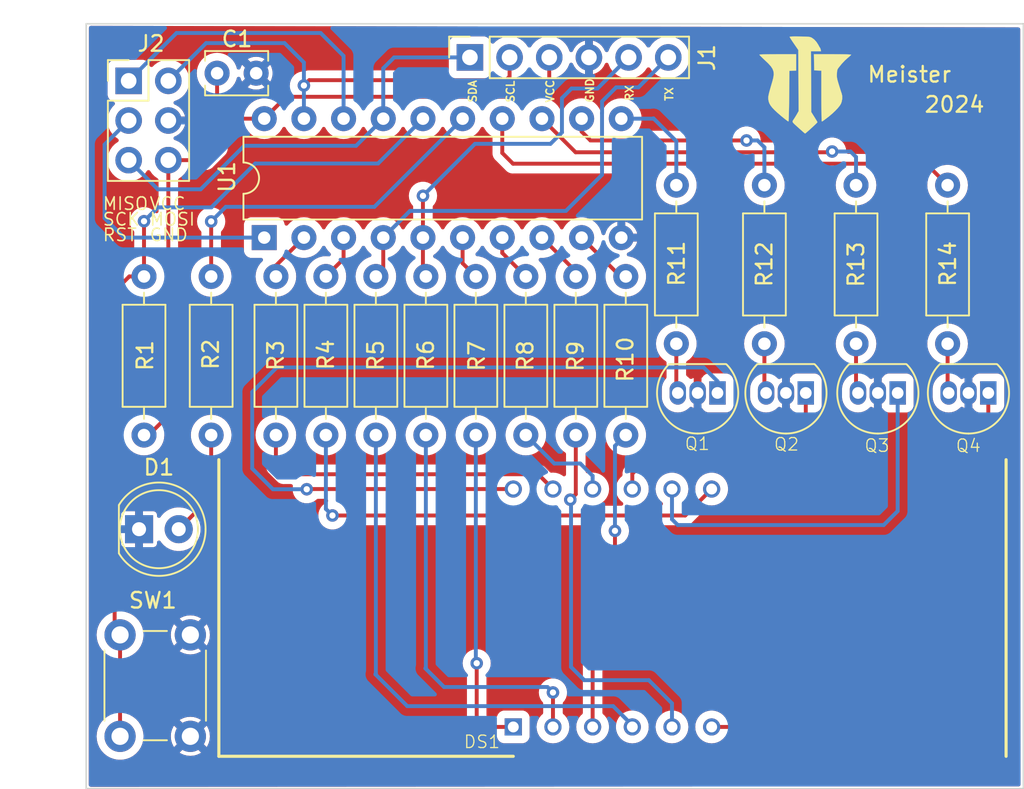
<source format=kicad_pcb>
(kicad_pcb (version 20221018) (generator pcbnew)
  (layers (0 "F.Cu" mixed) (31 "B.Cu" jumper) (34 "B.Paste" user) (35 "F.Paste" user) (36 "B.SilkS" user "B.Silkscreen") (37 "F.SilkS" user "F.Silkscreen") (38 "B.Mask" user) (39 "F.Mask" user) (44 "Edge.Cuts" user))
  (net 0 "")
  (net 1 "VCC")
  (net 2 "GND")
  (net 3 "Net-(DS1-A_E)")
  (net 4 "Net-(DS1-A_D)")
  (net 5 "Net-(DS1-A_DP)")
  (net 6 "Net-(DS1-A_C)")
  (net 7 "Net-(DS1-A_G)")
  (net 8 "Net-(DS1-COM_K_DIG4)")
  (net 9 "Net-(DS1-A_B)")
  (net 10 "Net-(DS1-COM_K_DIG3)")
  (net 11 "Net-(DS1-COM_K_DIG2)")
  (net 12 "Net-(DS1-A_F)")
  (net 13 "Net-(DS1-A_A)")
  (net 14 "Net-(DS1-COM_K_DIG1)")
  (net 15 "Net-(J1-Pin_1)")
  (net 16 "Net-(J1-Pin_2)")
  (net 17 "Net-(J1-Pin_5)")
  (net 18 "Net-(J1-Pin_6)")
  (net 19 "Net-(J2-Pin_1)")
  (net 20 "Net-(J2-Pin_3)")
  (net 21 "Net-(Q1-B)")
  (net 22 "Net-(Q2-B)")
  (net 23 "Net-(Q3-B)")
  (net 24 "Net-(Q4-B)")
  (net 25 "Net-(U1-PB4)")
  (net 26 "Net-(D1-A)")
  (net 27 "Net-(U1-PB3)")
  (net 28 "Net-(U1-PD0)")
  (net 29 "Net-(U1-PD1)")
  (net 30 "Net-(U1-PD3)")
  (net 31 "Net-(U1-PD2)")
  (net 32 "Net-(U1-PD5)")
  (net 33 "Net-(U1-PD4)")
  (net 34 "Net-(U1-PB2)")
  (net 35 "Net-(U1-PB1)")
  (net 36 "Net-(U1-PB0)")
  (net 37 "Net-(U1-PD6)")
  (footprint "Package_TO_SOT_THT:TO-92_Inline" (layer "F.Cu") (at 159.950248 94.651878 180)
    (fp_text reference "Q3" (at 1.321858 -3.372899) (layer "F.SilkS") (effects (font (size 0.8 0.8) (thickness 0.08))))
    (fp_text value "2SC1815")
    (pad "1" thru_hole rect (at 0 0 180) (size 1.05 1.5) (drill 0.75) (layers "*.Cu" "*.Mask") (net 10 "Net-(DS1-COM_K_DIG3)"))
    (pad "2" thru_hole oval (at 1.27 0 180) (size 1.05 1.5) (drill 0.75) (layers "*.Cu" "*.Mask") (net 2 "GND"))
    (pad "3" thru_hole oval (at 2.54 0 180) (size 1.05 1.5) (drill 0.75) (layers "*.Cu" "*.Mask") (net 23 "Net-(Q3-B)"))
  )
  (footprint "Resistor_THT:R_Axial_DIN0207_L6.3mm_D2.5mm_P10.16mm_Horizontal" (layer "F.Cu") (at 132.943855 97.351147 90)
    (fp_text reference "R6" (at 5.121676 -3.199197 90) (layer "F.SilkS"))
    (fp_text value "2.2kΩ")
    (pad "1" thru_hole circle (at 0 0 90) (size 1.6 1.6) (drill 0.8) (layers "*.Cu" "*.Mask") (net 3 "Net-(DS1-A_E)"))
    (pad "2" thru_hole oval (at 10.16 0 90) (size 1.6 1.6) (drill 0.8) (layers "*.Cu" "*.Mask") (net 31 "Net-(U1-PD2)"))
  )
  (footprint "Resistor_THT:R_Axial_DIN0207_L6.3mm_D2.5mm_P10.16mm_Horizontal" (layer "F.Cu") (at 136.143855 97.351147 90)
    (fp_text reference "R5" (at 5.098056 -9.611514 90) (layer "F.SilkS"))
    (fp_text value "2.2kΩ")
    (pad "1" thru_hole circle (at 0 0 90) (size 1.6 1.6) (drill 0.8) (layers "*.Cu" "*.Mask") (net 12 "Net-(DS1-A_F)"))
    (pad "2" thru_hole oval (at 10.16 0 90) (size 1.6 1.6) (drill 0.8) (layers "*.Cu" "*.Mask") (net 30 "Net-(U1-PD3)"))
  )
  (footprint "Resistor_THT:R_Axial_DIN0207_L6.3mm_D2.5mm_P10.16mm_Horizontal" (layer "F.Cu") (at 145.778844 91.5 90)
    (fp_text reference "R14" (at 5.116474 17.385462 90) (layer "F.SilkS"))
    (fp_text value "40kΩ")
    (pad "1" thru_hole circle (at 0 0 90) (size 1.6 1.6) (drill 0.8) (layers "*.Cu" "*.Mask") (net 21 "Net-(Q1-B)"))
    (pad "2" thru_hole oval (at 10.16 0 90) (size 1.6 1.6) (drill 0.8) (layers "*.Cu" "*.Mask") (net 37 "Net-(U1-PD6)"))
  )
  (footprint "Resistor_THT:R_Axial_DIN0207_L6.3mm_D2.5mm_P10.16mm_Horizontal" (layer "F.Cu") (at 151.418199 91.5 90)
    (fp_text reference "R13" (at 5.077108 5.867356 90) (layer "F.SilkS"))
    (fp_text value "40kΩ")
    (pad "1" thru_hole circle (at 0 0 90) (size 1.6 1.6) (drill 0.8) (layers "*.Cu" "*.Mask") (net 22 "Net-(Q2-B)"))
    (pad "2" thru_hole oval (at 10.16 0 90) (size 1.6 1.6) (drill 0.8) (layers "*.Cu" "*.Mask") (net 36 "Net-(U1-PB0)"))
  )
  (footprint "Resistor_THT:R_Axial_DIN0207_L6.3mm_D2.5mm_P10.16mm_Horizontal" (layer "F.Cu") (at 116 97.351147 90)
    (fp_text reference "R2" (at 5.168916 -0.025791 90) (layer "F.SilkS"))
    (fp_text value "100Ω" hide)
    (pad "1" thru_hole circle (at 0 0 90) (size 1.6 1.6) (drill 0.8) (layers "*.Cu" "*.Mask") (net 26 "Net-(D1-A)"))
    (pad "2" thru_hole oval (at 10.16 0 90) (size 1.6 1.6) (drill 0.8) (layers "*.Cu" "*.Mask") (net 27 "Net-(U1-PB3)"))
  )
  (footprint "Resistor_THT:R_Axial_DIN0207_L6.3mm_D2.5mm_P10.16mm_Horizontal" (layer "F.Cu") (at 163.14721 91.5 90)
    (fp_text reference "R11" (at 5.132221 -17.348838 90) (layer "F.SilkS"))
    (fp_text value "40kΩ")
    (pad "1" thru_hole circle (at 0 0 90) (size 1.6 1.6) (drill 0.8) (layers "*.Cu" "*.Mask") (net 24 "Net-(Q4-B)"))
    (pad "2" thru_hole oval (at 10.16 0 90) (size 1.6 1.6) (drill 0.8) (layers "*.Cu" "*.Mask") (net 34 "Net-(U1-PB2)"))
  )
  (footprint "Resistor_THT:R_Axial_DIN0207_L6.3mm_D2.5mm_P10.16mm_Horizontal" (layer "F.Cu") (at 142.543855 97.351147 90)
    (fp_text reference "R8" (at 5.078373 -6.429676 90) (layer "F.SilkS"))
    (fp_text value "2.2kΩ")
    (pad "1" thru_hole circle (at 0 0 90) (size 1.6 1.6) (drill 0.8) (layers "*.Cu" "*.Mask") (net 5 "Net-(DS1-A_DP)"))
    (pad "2" thru_hole oval (at 10.16 0 90) (size 1.6 1.6) (drill 0.8) (layers "*.Cu" "*.Mask") (net 32 "Net-(U1-PD5)"))
  )
  (footprint "MeisterLogo:MeisterLogo" (layer "F.Cu") (at 154.178248 74.763946)
    (fp_text reference "G***" hide)
    (fp_text value "LOGO" hide)
  )
  (footprint "Resistor_THT:R_Axial_DIN0207_L6.3mm_D2.5mm_P10.16mm_Horizontal" (layer "F.Cu") (at 129.743855 97.351147 90)
    (fp_text reference "R7" (at 5.070499 3.26036 90) (layer "F.SilkS"))
    (fp_text value "2.2kΩ")
    (pad "1" thru_hole circle (at 0 0 90) (size 1.6 1.6) (drill 0.8) (layers "*.Cu" "*.Mask") (net 4 "Net-(DS1-A_D)"))
    (pad "2" thru_hole oval (at 10.16 0 90) (size 1.6 1.6) (drill 0.8) (layers "*.Cu" "*.Mask") (net 17 "Net-(J1-Pin_5)"))
  )
  (footprint "Connector_PinHeader_2.54mm:PinHeader_2x03_P2.54mm_Vertical" (layer "F.Cu") (at 110.716997 74.659011)
    (fp_text reference "J2" (at 1.434801 -2.385632) (layer "F.SilkS"))
    (fp_text value "Conn_02x03_Counter_Clockwise")
    (pad "1" thru_hole rect (at 0 0) (size 1.7 1.7) (drill 1) (layers "*.Cu" "*.Mask") (net 19 "Net-(J2-Pin_1)"))
    (pad "2" thru_hole oval (at 2.54 0) (size 1.7 1.7) (drill 1) (layers "*.Cu" "*.Mask") (net 16 "Net-(J1-Pin_2)"))
    (pad "3" thru_hole oval (at 0 2.54) (size 1.7 1.7) (drill 1) (layers "*.Cu" "*.Mask") (net 20 "Net-(J2-Pin_3)"))
    (pad "4" thru_hole oval (at 2.54 2.54) (size 1.7 1.7) (drill 1) (layers "*.Cu" "*.Mask") (net 2 "GND"))
    (pad "5" thru_hole oval (at 0 5.08) (size 1.7 1.7) (drill 1) (layers "*.Cu" "*.Mask") (net 15 "Net-(J1-Pin_1)"))
    (pad "6" thru_hole oval (at 2.54 5.08) (size 1.7 1.7) (drill 1) (layers "*.Cu" "*.Mask") (net 1 "VCC"))
  )
  (footprint "Package_TO_SOT_THT:TO-92_Inline" (layer "F.Cu") (at 165.752506 94.651878 180)
    (fp_text reference "Q4" (at 1.276232 -3.381047) (layer "F.SilkS") (effects (font (size 0.8 0.8) (thickness 0.08))))
    (fp_text value "2SC1815")
    (pad "1" thru_hole rect (at 0 0 180) (size 1.05 1.5) (drill 0.75) (layers "*.Cu" "*.Mask") (net 8 "Net-(DS1-COM_K_DIG4)"))
    (pad "2" thru_hole oval (at 1.27 0 180) (size 1.05 1.5) (drill 0.75) (layers "*.Cu" "*.Mask") (net 2 "GND"))
    (pad "3" thru_hole oval (at 2.54 0 180) (size 1.05 1.5) (drill 0.75) (layers "*.Cu" "*.Mask") (net 24 "Net-(Q4-B)"))
  )
  (footprint "Button_Switch_THT:SW_PUSH_6mm_H8mm" (layer "F.Cu") (at 114.666983 110.150778 -90)
    (fp_text reference "SW1" (at -2.204645 2.402693) (layer "F.SilkS"))
    (fp_text value "SW_Push")
    (pad "1" thru_hole circle (at 0 0) (size 2 2) (drill 1.1) (layers "*.Cu" "*.Mask") (net 2 "GND"))
    (pad "1" thru_hole circle (at 6.5 0) (size 2 2) (drill 1.1) (layers "*.Cu" "*.Mask") (net 2 "GND"))
    (pad "2" thru_hole circle (at 0 4.5) (size 2 2) (drill 1.1) (layers "*.Cu" "*.Mask") (net 25 "Net-(U1-PB4)"))
    (pad "2" thru_hole circle (at 6.5 4.5) (size 2 2) (drill 1.1) (layers "*.Cu" "*.Mask") (net 25 "Net-(U1-PB4)"))
  )
  (footprint "Resistor_THT:R_Axial_DIN0207_L6.3mm_D2.5mm_P10.16mm_Horizontal" (layer "F.Cu") (at 157.284215 91.5 90)
    (fp_text reference "R12" (at 5.092854 -5.872161 90) (layer "F.SilkS"))
    (fp_text value "40kΩ")
    (pad "1" thru_hole circle (at 0 0 90) (size 1.6 1.6) (drill 0.8) (layers "*.Cu" "*.Mask") (net 23 "Net-(Q3-B)"))
    (pad "2" thru_hole oval (at 10.16 0 90) (size 1.6 1.6) (drill 0.8) (layers "*.Cu" "*.Mask") (net 35 "Net-(U1-PB1)"))
  )
  (footprint "Capacitor_THT:C_Disc_D3.8mm_W2.6mm_P2.50mm" (layer "F.Cu") (at 116.379301 74.168527)
    (fp_text reference "C1" (at 1.274114 -2.189471) (layer "F.SilkS"))
    (fp_text value "10μ")
    (pad "1" thru_hole circle (at 0 0) (size 1.6 1.6) (drill 0.8) (layers "*.Cu" "*.Mask") (net 1 "VCC"))
    (pad "2" thru_hole circle (at 2.5 0) (size 1.6 1.6) (drill 0.8) (layers "*.Cu" "*.Mask") (net 2 "GND"))
  )
  (footprint "Resistor_THT:R_Axial_DIN0207_L6.3mm_D2.5mm_P10.16mm_Horizontal" (layer "F.Cu") (at 139.343855 97.351147 90)
    (fp_text reference "R10" (at 4.842173 3.171339 90) (layer "F.SilkS"))
    (fp_text value "2.2kΩ")
    (pad "1" thru_hole circle (at 0 0 90) (size 1.6 1.6) (drill 0.8) (layers "*.Cu" "*.Mask") (net 7 "Net-(DS1-A_G)"))
    (pad "2" thru_hole oval (at 10.16 0 90) (size 1.6 1.6) (drill 0.8) (layers "*.Cu" "*.Mask") (net 33 "Net-(U1-PD4)"))
  )
  (footprint "LED_THT:LED_D5.0mm" (layer "F.Cu") (at 111.382163 103.380416)
    (fp_text reference "D1" (at 1.27 -3.96) (layer "F.SilkS"))
    (fp_text value "LED")
    (pad "1" thru_hole rect (at 0 0) (size 1.8 1.8) (drill 0.9) (layers "*.Cu" "*.Mask") (net 2 "GND"))
    (pad "2" thru_hole circle (at 2.54 0) (size 1.8 1.8) (drill 0.9) (layers "*.Cu" "*.Mask") (net 26 "Net-(D1-A)"))
  )
  (footprint "Resistor_THT:R_Axial_DIN0207_L6.3mm_D2.5mm_P10.16mm_Horizontal" (layer "F.Cu") (at 120.143855 97.351147 90)
    (fp_text reference "R3" (at 5.098056 -0.012529 90) (layer "F.SilkS"))
    (fp_text value "2.2kΩ")
    (pad "1" thru_hole circle (at 0 0 90) (size 1.6 1.6) (drill 0.8) (layers "*.Cu" "*.Mask") (net 13 "Net-(DS1-A_A)"))
    (pad "2" thru_hole oval (at 10.16 0 90) (size 1.6 1.6) (drill 0.8) (layers "*.Cu" "*.Mask") (net 28 "Net-(U1-PD0)"))
  )
  (footprint "Resistor_THT:R_Axial_DIN0207_L6.3mm_D2.5mm_P10.16mm_Horizontal" (layer "F.Cu") (at 111.7 87.191147 -90)
    (fp_text reference "R1" (at 5.067193 -0.069853 90) (layer "F.SilkS"))
    (fp_text value "10kΩ" hide)
    (pad "1" thru_hole circle (at 0 0 270) (size 1.6 1.6) (drill 0.8) (layers "*.Cu" "*.Mask") (net 25 "Net-(U1-PB4)"))
    (pad "2" thru_hole oval (at 10.16 0 270) (size 1.6 1.6) (drill 0.8) (layers "*.Cu" "*.Mask") (net 1 "VCC"))
  )
  (footprint "Connector_PinSocket_2.54mm:PinSocket_1x06_P2.54mm_Vertical" (layer "F.Cu") (at 132.564034 73.157322 90)
    (fp_text reference "J1" hide)
    (fp_text value "Conn_01x06")
    (fp_text user "${REFERENCE}" (at -0.015806 15.172384 90) (layer "F.SilkS"))
    (pad "1" thru_hole rect (at 0 0 90) (size 1.7 1.7) (drill 1) (layers "*.Cu" "*.Mask") (net 15 "Net-(J1-Pin_1)"))
    (pad "2" thru_hole oval (at 0 2.54 90) (size 1.7 1.7) (drill 1) (layers "*.Cu" "*.Mask") (net 16 "Net-(J1-Pin_2)"))
    (pad "3" thru_hole oval (at 0 5.08 90) (size 1.7 1.7) (drill 1) (layers "*.Cu" "*.Mask") (net 1 "VCC"))
    (pad "4" thru_hole oval (at 0 7.62 90) (size 1.7 1.7) (drill 1) (layers "*.Cu" "*.Mask") (net 2 "GND"))
    (pad "5" thru_hole oval (at 0 10.16 90) (size 1.7 1.7) (drill 1) (layers "*.Cu" "*.Mask") (net 17 "Net-(J1-Pin_5)"))
    (pad "6" thru_hole oval (at 0 12.7 90) (size 1.7 1.7) (drill 1) (layers "*.Cu" "*.Mask") (net 18 "Net-(J1-Pin_6)"))
  )
  (footprint "Resistor_THT:R_Axial_DIN0207_L6.3mm_D2.5mm_P10.16mm_Horizontal" (layer "F.Cu") (at 123.343855 97.351147 90)
    (fp_text reference "R4" (at 5.145296 -0.000212 90) (layer "F.SilkS"))
    (fp_text value "2.2kΩ")
    (pad "1" thru_hole circle (at 0 0 90) (size 1.6 1.6) (drill 0.8) (layers "*.Cu" "*.Mask") (net 9 "Net-(DS1-A_B)"))
    (pad "2" thru_hole oval (at 10.16 0 90) (size 1.6 1.6) (drill 0.8) (layers "*.Cu" "*.Mask") (net 29 "Net-(U1-PD1)"))
  )
  (footprint "Resistor_THT:R_Axial_DIN0207_L6.3mm_D2.5mm_P10.16mm_Horizontal" (layer "F.Cu") (at 126.543855 97.351147 90)
    (fp_text reference "R9" (at 5.054753 12.782642 90) (layer "F.SilkS"))
    (fp_text value "2.2kΩ")
    (pad "1" thru_hole circle (at 0 0 90) (size 1.6 1.6) (drill 0.8) (layers "*.Cu" "*.Mask") (net 6 "Net-(DS1-A_C)"))
    (pad "2" thru_hole oval (at 10.16 0 90) (size 1.6 1.6) (drill 0.8) (layers "*.Cu" "*.Mask") (net 18 "Net-(J1-Pin_6)"))
  )
  (footprint "Package_TO_SOT_THT:TO-92_Inline" (layer "F.Cu") (at 148.413657 94.651878 180)
    (fp_text reference "Q1" (at 1.290638 -3.255034) (layer "F.SilkS") (effects (font (size 0.8 0.8) (thickness 0.08))))
    (fp_text value "2SC1815")
    (pad "1" thru_hole rect (at 0 0 180) (size 1.05 1.5) (drill 0.75) (layers "*.Cu" "*.Mask") (net 14 "Net-(DS1-COM_K_DIG1)"))
    (pad "2" thru_hole oval (at 1.27 0 180) (size 1.05 1.5) (drill 0.75) (layers "*.Cu" "*.Mask") (net 2 "GND"))
    (pad "3" thru_hole oval (at 2.54 0 180) (size 1.05 1.5) (drill 0.75) (layers "*.Cu" "*.Mask") (net 21 "Net-(Q1-B)"))
  )
  (footprint "SamacSys_Parts:DIPS1524W51P254L5035H825Q12N" (layer "F.Cu") (at 135.341293 116.048131 90)
    (fp_text reference "DS1" (at -0.953795 -2.006738) (layer "F.SilkS") (effects (font (size 0.8 0.8) (thickness 0.08))))
    (fp_text value "OSL40562-LRA" hide)
    (pad "1" thru_hole rect (at 0 0 90) (size 1.1 1.1) (drill 0.7) (layers "*.Cu" "*.Mask") (net 3 "Net-(DS1-A_E)"))
    (pad "2" thru_hole circle (at 0 2.54 90) (size 1.1 1.1) (drill 0.7) (layers "*.Cu" "*.Mask") (net 4 "Net-(DS1-A_D)"))
    (pad "3" thru_hole circle (at 0 5.08 90) (size 1.1 1.1) (drill 0.7) (layers "*.Cu" "*.Mask") (net 5 "Net-(DS1-A_DP)"))
    (pad "4" thru_hole circle (at 0 7.62 90) (size 1.1 1.1) (drill 0.7) (layers "*.Cu" "*.Mask") (net 6 "Net-(DS1-A_C)"))
    (pad "5" thru_hole circle (at 0 10.16 90) (size 1.1 1.1) (drill 0.7) (layers "*.Cu" "*.Mask") (net 7 "Net-(DS1-A_G)"))
    (pad "6" thru_hole circle (at 0 12.7 90) (size 1.1 1.1) (drill 0.7) (layers "*.Cu" "*.Mask") (net 8 "Net-(DS1-COM_K_DIG4)"))
    (pad "7" thru_hole circle (at 15.24 12.7 90) (size 1.1 1.1) (drill 0.7) (layers "*.Cu" "*.Mask") (net 9 "Net-(DS1-A_B)"))
    (pad "8" thru_hole circle (at 15.24 10.16 90) (size 1.1 1.1) (drill 0.7) (layers "*.Cu" "*.Mask") (net 10 "Net-(DS1-COM_K_DIG3)"))
    (pad "9" thru_hole circle (at 15.24 7.62 90) (size 1.1 1.1) (drill 0.7) (layers "*.Cu" "*.Mask") (net 11 "Net-(DS1-COM_K_DIG2)"))
    (pad "10" thru_hole circle (at 15.24 5.08 90) (size 1.1 1.1) (drill 0.7) (layers "*.Cu" "*.Mask") (net 12 "Net-(DS1-A_F)"))
    (pad "11" thru_hole circle (at 15.24 2.54 90) (size 1.1 1.1) (drill 0.7) (layers "*.Cu" "*.Mask") (net 13 "Net-(DS1-A_A)"))
    (pad "12" thru_hole circle (at 15.24 0 90) (size 1.1 1.1) (drill 0.7) (layers "*.Cu" "*.Mask") (net 14 "Net-(DS1-COM_K_DIG1)"))
  )
  (footprint "Package_TO_SOT_THT:TO-92_Inline" (layer "F.Cu") (at 154.067189 94.651878 180)
    (fp_text reference "Q2" (at 1.232284 -3.290382) (layer "F.SilkS") (effects (font (size 0.8 0.8) (thickness 0.08))))
    (fp_text value "2SC1815")
    (pad "1" thru_hole rect (at 0 0 180) (size 1.05 1.5) (drill 0.75) (layers "*.Cu" "*.Mask") (net 11 "Net-(DS1-COM_K_DIG2)"))
    (pad "2" thru_hole oval (at 1.27 0 180) (size 1.05 1.5) (drill 0.75) (layers "*.Cu" "*.Mask") (net 2 "GND"))
    (pad "3" thru_hole oval (at 2.54 0 180) (size 1.05 1.5) (drill 0.75) (layers "*.Cu" "*.Mask") (net 22 "Net-(Q2-B)"))
  )
  (footprint "Package_DIP:DIP-20_W7.62mm" (layer "F.Cu") (at 119.396437 84.700943 90)
    (fp_text reference "U1" (at 3.889764 -2.384261 90) (layer "F.SilkS"))
    (fp_text value "ATtiny2313-20P")
    (pad "1" thru_hole rect (at 0 0 90) (size 1.6 1.6) (drill 0.8) (layers "*.Cu" "*.Mask") (net 20 "Net-(J2-Pin_3)"))
    (pad "2" thru_hole oval (at 0 2.54 90) (size 1.6 1.6) (drill 0.8) (layers "*.Cu" "*.Mask") (net 28 "Net-(U1-PD0)"))
    (pad "3" thru_hole oval (at 0 5.08 90) (size 1.6 1.6) (drill 0.8) (layers "*.Cu" "*.Mask") (net 29 "Net-(U1-PD1)"))
    (pad "4" thru_hole oval (at 0 7.62 90) (size 1.6 1.6) (drill 0.8) (layers "*.Cu" "*.Mask") (net 18 "Net-(J1-Pin_6)"))
    (pad "5" thru_hole oval (at 0 10.16 90) (size 1.6 1.6) (drill 0.8) (layers "*.Cu" "*.Mask") (net 17 "Net-(J1-Pin_5)"))
    (pad "6" thru_hole oval (at 0 12.7 90) (size 1.6 1.6) (drill 0.8) (layers "*.Cu" "*.Mask") (net 31 "Net-(U1-PD2)"))
    (pad "7" thru_hole oval (at 0 15.24 90) (size 1.6 1.6) (drill 0.8) (layers "*.Cu" "*.Mask") (net 30 "Net-(U1-PD3)"))
    (pad "8" thru_hole oval (at 0 17.78 90) (size 1.6 1.6) (drill 0.8) (layers "*.Cu" "*.Mask") (net 33 "Net-(U1-PD4)"))
    (pad "9" thru_hole oval (at 0 20.32 90) (size 1.6 1.6) (drill 0.8) (layers "*.Cu" "*.Mask") (net 32 "Net-(U1-PD5)"))
    (pad "10" thru_hole oval (at 0 22.86 90) (size 1.6 1.6) (drill 0.8) (layers "*.Cu" "*.Mask") (net 2 "GND"))
    (pad "11" thru_hole oval (at 7.62 22.86 90) (size 1.6 1.6) (drill 0.8) (layers "*.Cu" "*.Mask") (net 37 "Net-(U1-PD6)"))
    (pad "12" thru_hole oval (at 7.62 20.32 90) (size 1.6 1.6) (drill 0.8) (layers "*.Cu" "*.Mask") (net 36 "Net-(U1-PB0)"))
    (pad "13" thru_hole oval (at 7.62 17.78 90) (size 1.6 1.6) (drill 0.8) (layers "*.Cu" "*.Mask") (net 35 "Net-(U1-PB1)"))
    (pad "14" thru_hole oval (at 7.62 15.24 90) (size 1.6 1.6) (drill 0.8) (layers "*.Cu" "*.Mask") (net 34 "Net-(U1-PB2)"))
    (pad "15" thru_hole oval (at 7.62 12.7 90) (size 1.6 1.6) (drill 0.8) (layers "*.Cu" "*.Mask") (net 27 "Net-(U1-PB3)"))
    (pad "16" thru_hole oval (at 7.62 10.16 90) (size 1.6 1.6) (drill 0.8) (layers "*.Cu" "*.Mask") (net 25 "Net-(U1-PB4)"))
    (pad "17" thru_hole oval (at 7.62 7.62 90) (size 1.6 1.6) (drill 0.8) (layers "*.Cu" "*.Mask") (net 15 "Net-(J1-Pin_1)"))
    (pad "18" thru_hole oval (at 7.62 5.08 90) (size 1.6 1.6) (drill 0.8) (layers "*.Cu" "*.Mask") (net 19 "Net-(J2-Pin_1)"))
    (pad "19" thru_hole oval (at 7.62 2.54 90) (size 1.6 1.6) (drill 0.8) (layers "*.Cu" "*.Mask") (net 16 "Net-(J1-Pin_2)"))
    (pad "20" thru_hole oval (at 7.62 0 90) (size 1.6 1.6) (drill 0.8) (layers "*.Cu" "*.Mask") (net 1 "VCC"))
  )
  (gr_line (start 108 120) (end 168 120) (stroke (width 0.1)) (layer "Edge.Cuts"))
  (gr_line (start 108 71) (end 108 120) (stroke (width 0.1)) (layer "Edge.Cuts"))
  (gr_line (start 168 120) (end 168 71) (stroke (width 0.1)) (layer "Edge.Cuts"))
  (gr_line (start 168 71) (end 108 71) (stroke (width 0.1)) (layer "Edge.Cuts"))
  (gr_text "RST" (at 109 84.994439) (layer "F.SilkS") (effects (font (size 0.8 0.8) (thickness 0.1)) (justify left bottom)))
  (gr_text "VCC" (at 112 82.994439) (layer "F.SilkS") (effects (font (size 0.8 0.8) (thickness 0.1)) (justify left bottom)))
  (gr_text "Meister" (at 157.932783 74.834561) (layer "F.SilkS") (effects (font (size 1 1)) (justify left bottom)))
  (gr_text "SDA" (at 133.033084 76.1 90) (layer "F.SilkS") (effects (font (size 0.5 0.5) (thickness 0.1)) (justify left bottom)))
  (gr_text "VCC" (at 137.997219 76.1 90) (layer "F.SilkS") (effects (font (size 0.5 0.5) (thickness 0.1)) (justify left bottom)))
  (gr_text "SCK" (at 109 83.994439) (layer "F.SilkS") (effects (font (size 0.8 0.8) (thickness 0.1)) (justify left bottom)))
  (gr_text "GND" (at 112 84.994439) (layer "F.SilkS") (effects (font (size 0.8 0.8) (thickness 0.1)) (justify left bottom)))
  (gr_text "TX" (at 145.617219 76 90) (layer "F.SilkS") (effects (font (size 0.5 0.5) (thickness 0.1)) (justify left bottom)))
  (gr_text "GND" (at 140.537219 76.1 90) (layer "F.SilkS") (effects (font (size 0.5 0.5) (thickness 0.1)) (justify left bottom)))
  (gr_text "SCL" (at 135.457219 76.1 90) (layer "F.SilkS") (effects (font (size 0.5 0.5) (thickness 0.1)) (justify left bottom)))
  (gr_text "MOSI" (at 112 83.994439) (layer "F.SilkS") (effects (font (size 0.8 0.8) (thickness 0.1)) (justify left bottom)))
  (gr_text "MISO" (at 109 82.994439) (layer "F.SilkS") (effects (font (size 0.8 0.8) (thickness 0.1)) (justify left bottom)))
  (gr_text "2024" (at 161.583736 76.762321) (layer "F.SilkS") (effects (font (size 1 1)) (justify left bottom)))
  (gr_text "RX" (at 143.077219 76 90) (layer "F.SilkS") (effects (font (size 0.5 0.5) (thickness 0.1)) (justify left bottom)))
  (segment (start 137.644034 74.703173) (end 136.667132 75.680075) (width 0.25) (layer "F.Cu") (net 1))
  (segment (start 137.644034 73.157322) (end 137.644034 74.703173) (width 0.25) (layer "F.Cu") (net 1))
  (segment (start 116.432553 77.710095) (end 116.432553 78.971256) (width 0.25) (layer "F.Cu") (net 1))
  (segment (start 120.797305 75.680075) (end 119.396437 77.080943) (width 0.25) (layer "F.Cu") (net 1))
  (segment (start 117.061705 77.080943) (end 116.432553 77.710095) (width 0.25) (layer "F.Cu") (net 1))
  (segment (start 116.379301 74.168527) (end 116.379301 76.398539) (width 0.25) (layer "F.Cu") (net 1))
  (segment (start 136.667132 75.680075) (end 120.797305 75.680075) (width 0.25) (layer "F.Cu") (net 1))
  (segment (start 116.432553 78.971256) (end 115.664798 79.739011) (width 0.25) (layer "F.Cu") (net 1))
  (segment (start 113.256997 96.09415) (end 112 97.351147) (width 0.25) (layer "F.Cu") (net 1))
  (segment (start 117.061705 77.080943) (end 119.396437 77.080943) (width 0.25) (layer "F.Cu") (net 1))
  (segment (start 113.256997 79.739011) (end 113.256997 96.09415) (width 0.25) (layer "F.Cu") (net 1))
  (segment (start 116.379301 76.398539) (end 117.061705 77.080943) (width 0.25) (layer "F.Cu") (net 1))
  (segment (start 115.664798 79.739011) (end 113.256997 79.739011) (width 0.25) (layer "F.Cu") (net 1))
  (segment (start 133.396577 116.048131) (end 135.341293 116.048131) (width 0.25) (layer "F.Cu") (net 3))
  (segment (start 132.999662 115.651216) (end 133.396577 116.048131) (width 0.25) (layer "F.Cu") (net 3))
  (segment (start 132.999662 111.966499) (end 132.999662 115.651216) (width 0.25) (layer "F.Cu") (net 3))
  (via (at 132.999662 111.966499) (size 0.8) (drill 0.4) (layers "F.Cu" "B.Cu") (net 3))
  (segment (start 132.943855 111.910692) (end 132.943855 97.351147) (width 0.25) (layer "B.Cu") (net 3))
  (segment (start 132.999662 111.966499) (end 132.943855 111.910692) (width 0.25) (layer "B.Cu") (net 3))
  (segment (start 132.932934 111.899771) (end 132.999662 111.966499) (width 0.25) (layer "B.Cu") (net 3))
  (segment (start 132.943855 97.351147) (end 132.932934 97.362068) (width 0.25) (layer "B.Cu") (net 3))
  (segment (start 137.881293 113.84171) (end 137.881293 116.048131) (width 0.25) (layer "F.Cu") (net 4))
  (via (at 137.881293 113.84171) (size 0.8) (drill 0.4) (layers "F.Cu" "B.Cu") (net 4))
  (segment (start 130.909294 113.489989) (end 137.529572 113.489989) (width 0.25) (layer "B.Cu") (net 4))
  (segment (start 129.743855 112.262952) (end 129.743855 97.351147) (width 0.25) (layer "B.Cu") (net 4))
  (segment (start 137.529572 113.489989) (end 137.881293 113.84171) (width 0.25) (layer "B.Cu") (net 4))
  (segment (start 129.713056 112.293751) (end 130.909294 113.489989) (width 0.25) (layer "B.Cu") (net 4))
  (segment (start 129.713056 112.293751) (end 129.743855 112.262952) (width 0.25) (layer "B.Cu") (net 4))
  (segment (start 141.630338 110.953263) (end 140.421293 112.162308) (width 0.25) (layer "F.Cu") (net 5))
  (segment (start 141.630338 110.953263) (end 141.85079 110.732811) (width 0.25) (layer "F.Cu") (net 5))
  (segment (start 141.85079 110.732811) (end 141.85079 103.486724) (width 0.25) (layer "F.Cu") (net 5))
  (segment (start 140.421293 112.162308) (end 140.421293 116.048131) (width 0.25) (layer "F.Cu") (net 5))
  (via (at 141.85079 103.486724) (size 0.8) (drill 0.4) (layers "F.Cu" "B.Cu") (net 5))
  (segment (start 141.85079 103.486724) (end 141.85079 98.044212) (width 0.25) (layer "B.Cu") (net 5))
  (segment (start 141.85079 98.044212) (end 142.543855 97.351147) (width 0.25) (layer "B.Cu") (net 5))
  (segment (start 142.961293 115.942519) (end 142.961293 116.048131) (width 0.25) (layer "B.Cu") (net 6))
  (segment (start 126.513056 112.674231) (end 128.554474 114.715649) (width 0.25) (layer "B.Cu") (net 6))
  (segment (start 141.734423 114.715649) (end 142.961293 115.942519) (width 0.25) (layer "B.Cu") (net 6))
  (segment (start 126.513056 112.674231) (end 126.543855 112.643432) (width 0.25) (layer "B.Cu") (net 6))
  (segment (start 126.543855 112.643432) (end 126.543855 97.351147) (width 0.25) (layer "B.Cu") (net 6))
  (segment (start 128.554474 114.715649) (end 141.734423 114.715649) (width 0.25) (layer "B.Cu") (net 6))
  (segment (start 138.991193 101.491135) (end 139.343855 101.138473) (width 0.25) (layer "F.Cu") (net 7))
  (segment (start 139.343855 101.138473) (end 139.343855 97.351147) (width 0.25) (layer "F.Cu") (net 7))
  (via (at 138.991193 101.491135) (size 0.8) (drill 0.4) (layers "F.Cu" "B.Cu") (net 7))
  (segment (start 139.884884 113.053016) (end 144.01838 113.053016) (width 0.25) (layer "B.Cu") (net 7))
  (segment (start 139.038044 112.206176) (end 139.884884 113.053016) (width 0.25) (layer "B.Cu") (net 7))
  (segment (start 145.501293 114.535929) (end 145.501293 116.048131) (width 0.25) (layer "B.Cu") (net 7))
  (segment (start 138.991193 101.491135) (end 139.038044 101.537986) (width 0.25) (layer "B.Cu") (net 7))
  (segment (start 139.038044 101.537986) (end 139.038044 112.206176) (width 0.25) (layer "B.Cu") (net 7))
  (segment (start 144.01838 113.053016) (end 145.501293 114.535929) (width 0.25) (layer "B.Cu") (net 7))
  (segment (start 160.660985 116.048131) (end 148.041293 116.048131) (width 0.25) (layer "F.Cu") (net 8))
  (segment (start 165.752506 94.651878) (end 165.752506 110.95661) (width 0.25) (layer "F.Cu") (net 8))
  (segment (start 165.752506 110.95661) (end 160.660985 116.048131) (width 0.25) (layer "F.Cu") (net 8))
  (segment (start 146.347315 102.502109) (end 148.041293 100.808131) (width 0.25) (layer "F.Cu") (net 9))
  (segment (start 123.763831 102.502109) (end 146.347315 102.502109) (width 0.25) (layer "F.Cu") (net 9))
  (via (at 123.763831 102.502109) (size 0.8) (drill 0.4) (layers "F.Cu" "B.Cu") (net 9))
  (segment (start 123.343855 97.351147) (end 123.343855 102.082133) (width 0.25) (layer "B.Cu") (net 9))
  (segment (start 123.343855 102.082133) (end 123.763831 102.502109) (width 0.25) (layer "B.Cu") (net 9))
  (segment (start 159.054177 103.115224) (end 145.871128 103.115224) (width 0.25) (layer "B.Cu") (net 10))
  (segment (start 145.501293 102.745389) (end 145.501293 100.808131) (width 0.25) (layer "B.Cu") (net 10))
  (segment (start 145.871128 103.115224) (end 145.501293 102.745389) (width 0.25) (layer "B.Cu") (net 10))
  (segment (start 159.950248 94.651878) (end 159.950248 102.219153) (width 0.25) (layer "B.Cu") (net 10))
  (segment (start 159.950248 102.219153) (end 159.054177 103.115224) (width 0.25) (layer "B.Cu") (net 10))
  (segment (start 142.961293 100.808131) (end 142.961293 99.825257) (width 0.25) (layer "F.Cu") (net 11))
  (segment (start 154.067189 97.208409) (end 154.067189 94.651878) (width 0.25) (layer "F.Cu") (net 11))
  (segment (start 144.855017 97.931533) (end 153.344065 97.931533) (width 0.25) (layer "F.Cu") (net 11))
  (segment (start 153.344065 97.931533) (end 154.067189 97.208409) (width 0.25) (layer "F.Cu") (net 11))
  (segment (start 142.961293 99.825257) (end 144.855017 97.931533) (width 0.25) (layer "F.Cu") (net 11))
  (segment (start 139.630509 99.172138) (end 140.421293 99.962922) (width 0.25) (layer "B.Cu") (net 12))
  (segment (start 137.964846 99.172138) (end 139.630509 99.172138) (width 0.25) (layer "B.Cu") (net 12))
  (segment (start 136.143855 97.351147) (end 137.964846 99.172138) (width 0.25) (layer "B.Cu") (net 12))
  (segment (start 140.421293 99.962922) (end 140.421293 100.808131) (width 0.25) (layer "B.Cu") (net 12))
  (segment (start 120.658221 99.861257) (end 120.143551 99.346587) (width 0.25) (layer "F.Cu") (net 13))
  (segment (start 120.143551 99.346587) (end 120.143551 99.17739) (width 0.25) (layer "F.Cu") (net 13))
  (segment (start 120.143551 99.17739) (end 120.143855 99.177086) (width 0.25) (layer "F.Cu") (net 13))
  (segment (start 137.881293 100.808131) (end 136.934419 99.861257) (width 0.25) (layer "F.Cu") (net 13))
  (segment (start 136.934419 99.861257) (end 120.658221 99.861257) (width 0.25) (layer "F.Cu") (net 13))
  (segment (start 120.143855 99.177086) (end 120.143855 97.351147) (width 0.25) (layer "F.Cu") (net 13))
  (segment (start 122.117342 100.82181) (end 122.131021 100.808131) (width 0.25) (layer "F.Cu") (net 14))
  (segment (start 122.131021 100.808131) (end 135.341293 100.808131) (width 0.25) (layer "F.Cu") (net 14))
  (via (at 122.117342 100.82181) (size 0.8) (drill 0.4) (layers "F.Cu" "B.Cu") (net 14))
  (segment (start 118.626214 99.49446) (end 119.953564 100.82181) (width 0.25) (layer "B.Cu") (net 14))
  (segment (start 118.626214 94.592105) (end 118.626214 99.49446) (width 0.25) (layer "B.Cu") (net 14))
  (segment (start 119.953564 100.82181) (end 122.117342 100.82181) (width 0.25) (layer "B.Cu") (net 14))
  (segment (start 120.199206 93.019113) (end 118.626214 94.592105) (width 0.25) (layer "B.Cu") (net 14))
  (segment (start 147.530892 93.019113) (end 120.199206 93.019113) (width 0.25) (layer "B.Cu") (net 14))
  (segment (start 148.413657 93.901878) (end 147.530892 93.019113) (width 0.25) (layer "B.Cu") (net 14))
  (segment (start 148.413657 94.651878) (end 148.413657 93.901878) (width 0.25) (layer "B.Cu") (net 14))
  (segment (start 112.58471 81.606724) (end 115.325926 81.606724) (width 0.25) (layer "B.Cu") (net 15))
  (segment (start 110.716997 79.739011) (end 112.58471 81.606724) (width 0.25) (layer "B.Cu") (net 15))
  (segment (start 125.277814 78.819566) (end 127.016437 77.080943) (width 0.25) (layer "B.Cu") (net 15))
  (segment (start 115.325926 81.606724) (end 118.113084 78.819566) (width 0.25) (layer "B.Cu") (net 15))
  (segment (start 127.016437 73.853223) (end 127.712338 73.157322) (width 0.25) (layer "B.Cu") (net 15))
  (segment (start 127.712338 73.157322) (end 132.564034 73.157322) (width 0.25) (layer "B.Cu") (net 15))
  (segment (start 127.016437 77.080943) (end 127.016437 73.853223) (width 0.25) (layer "B.Cu") (net 15))
  (segment (start 118.113084 78.819566) (end 125.277814 78.819566) (width 0.25) (layer "B.Cu") (net 15))
  (segment (start 122.277462 74.61455) (end 121.936437 74.955575) (width 0.25) (layer "F.Cu") (net 16))
  (segment (start 135.104034 74.379045) (end 134.868529 74.61455) (width 0.25) (layer "F.Cu") (net 16))
  (segment (start 135.104034 73.157322) (end 135.104034 74.379045) (width 0.25) (layer "F.Cu") (net 16))
  (segment (start 134.868529 74.61455) (end 122.277462 74.61455) (width 0.25) (layer "F.Cu") (net 16))
  (via (at 121.936437 74.955575) (size 0.8) (drill 0.4) (layers "F.Cu" "B.Cu") (net 16))
  (segment (start 115.676576 72.239432) (end 120.693918 72.239432) (width 0.25) (layer "B.Cu") (net 16))
  (segment (start 120.693918 72.239432) (end 121.936437 73.481951) (width 0.25) (layer "B.Cu") (net 16))
  (segment (start 113.256997 74.659011) (end 115.676576 72.239432) (width 0.25) (layer "B.Cu") (net 16))
  (segment (start 121.936437 73.481951) (end 121.936437 77.080943) (width 0.25) (layer "B.Cu") (net 16))
  (segment (start 129.27866 86.725952) (end 129.743855 87.191147) (width 0.25) (layer "F.Cu") (net 17))
  (segment (start 129.556437 87.003729) (end 129.743855 87.191147) (width 0.25) (layer "F.Cu") (net 17))
  (segment (start 129.316065 86.763357) (end 129.743855 87.191147) (width 0.25) (layer "F.Cu") (net 17))
  (segment (start 129.556437 84.700943) (end 129.556437 87.003729) (width 0.25) (layer "F.Cu") (net 17))
  (segment (start 129.556437 82.025992) (end 129.559129 82.0233) (width 0.25) (layer "F.Cu") (net 17))
  (segment (start 129.556437 84.700943) (end 129.556437 82.025992) (width 0.25) (layer "F.Cu") (net 17))
  (segment (start 129.543775 86.991067) (end 129.743855 87.191147) (width 0.25) (layer "F.Cu") (net 17))
  (via (at 129.559129 82.0233) (size 0.8) (drill 0.4) (layers "F.Cu" "B.Cu") (net 17))
  (segment (start 140.731473 75.149883) (end 142.724034 73.157322) (width 0.25) (layer "B.Cu") (net 17))
  (segment (start 129.559129 82.0233) (end 132.889548 78.692881) (width 0.25) (layer "B.Cu") (net 17))
  (segment (start 132.889548 78.692881) (end 137.723769 78.692881) (width 0.25) (layer "B.Cu") (net 17))
  (segment (start 138.455988 75.764003) (end 139.070108 75.149883) (width 0.25) (layer "B.Cu") (net 17))
  (segment (start 137.723769 78.692881) (end 138.455988 77.960662) (width 0.25) (layer "B.Cu") (net 17))
  (segment (start 139.070108 75.149883) (end 140.731473 75.149883) (width 0.25) (layer "B.Cu") (net 17))
  (segment (start 138.455988 77.960662) (end 138.455988 75.764003) (width 0.25) (layer "B.Cu") (net 17))
  (segment (start 127.016437 86.718565) (end 126.543855 87.191147) (width 0.25) (layer "F.Cu") (net 18))
  (segment (start 127.016437 84.700943) (end 127.016437 86.718565) (width 0.25) (layer "F.Cu") (net 18))
  (segment (start 145.264034 73.164236) (end 145.264034 73.157322) (width 0.25) (layer "B.Cu") (net 18))
  (segment (start 141.928125 75.073774) (end 143.354496 75.073774) (width 0.25) (layer "B.Cu") (net 18))
  (segment (start 127.016437 84.700943) (end 128.725663 82.991717) (width 0.25) (layer "B.Cu") (net 18))
  (segment (start 141.025316 76.728186) (end 141.025316 75.976583) (width 0.25) (layer "B.Cu") (net 18))
  (segment (start 128.725663 82.991717) (end 138.707934 82.991717) (width 0.25) (layer "B.Cu") (net 18))
  (segment (start 143.354496 75.073774) (end 145.264034 73.164236) (width 0.25) (layer "B.Cu") (net 18))
  (segment (start 141.022692 76.73081) (end 141.025316 76.728186) (width 0.25) (layer "B.Cu") (net 18))
  (segment (start 138.707934 82.991717) (end 141.022692 80.676959) (width 0.25) (layer "B.Cu") (net 18))
  (segment (start 141.025316 75.976583) (end 141.928125 75.073774) (width 0.25) (layer "B.Cu") (net 18))
  (segment (start 141.022692 80.676959) (end 141.022692 76.73081) (width 0.25) (layer "B.Cu") (net 18))
  (segment (start 110.716997 74.659011) (end 113.782189 71.593819) (width 0.25) (layer "B.Cu") (net 19))
  (segment (start 123.008676 71.593819) (end 124.476437 73.06158) (width 0.25) (layer "B.Cu") (net 19))
  (segment (start 113.782189 71.593819) (end 123.008676 71.593819) (width 0.25) (layer "B.Cu") (net 19))
  (segment (start 124.476437 73.06158) (end 124.476437 77.080943) (width 0.25) (layer "B.Cu") (net 19))
  (segment (start 109.176858 83.456957) (end 109.176858 78.73915) (width 0.25) (layer "B.Cu") (net 20))
  (segment (start 109.176858 78.73915) (end 110.716997 77.199011) (width 0.25) (layer "B.Cu") (net 20))
  (segment (start 119.396437 84.700943) (end 110.420844 84.700943) (width 0.25) (layer "B.Cu") (net 20))
  (segment (start 110.420844 84.700943) (end 109.176858 83.456957) (width 0.25) (layer "B.Cu") (net 20))
  (segment (start 145.778844 94.557065) (end 145.873657 94.651878) (width 0.25) (layer "F.Cu") (net 21))
  (segment (start 145.778844 91) (end 145.778844 94.557065) (width 0.25) (layer "F.Cu") (net 21))
  (segment (start 151.418199 91) (end 151.418199 94.542888) (width 0.25) (layer "F.Cu") (net 22))
  (segment (start 151.418199 94.542888) (end 151.527189 94.651878) (width 0.25) (layer "F.Cu") (net 22))
  (segment (start 157.284215 91) (end 157.284215 94.525845) (width 0.25) (layer "F.Cu") (net 23))
  (segment (start 157.284215 94.525845) (end 157.410248 94.651878) (width 0.25) (layer "F.Cu") (net 23))
  (segment (start 163.14721 91) (end 163.14721 94.586582) (width 0.25) (layer "F.Cu") (net 24))
  (segment (start 163.14721 94.586582) (end 163.212506 94.651878) (width 0.25) (layer "F.Cu") (net 24))
  (segment (start 109.820159 109.803954) (end 110.166983 110.150778) (width 0.25) (layer "F.Cu") (net 25))
  (segment (start 109.820159 88.125844) (end 109.820159 109.803954) (width 0.25) (layer "F.Cu") (net 25))
  (segment (start 110.754856 87.191147) (end 109.820159 88.125844) (width 0.25) (layer "F.Cu") (net 25))
  (segment (start 110.166983 110.150778) (end 110.166983 116.650778) (width 0.25) (layer "F.Cu") (net 25))
  (segment (start 111.7 83.650837) (end 111.7 87.191147) (width 0.25) (layer "F.Cu") (net 25))
  (segment (start 111.7 87.191147) (end 110.754856 87.191147) (width 0.25) (layer "F.Cu") (net 25))
  (via (at 111.7 83.650837) (size 0.8) (drill 0.4) (layers "F.Cu" "B.Cu") (net 25))
  (segment (start 112.586734 82.764103) (end 116.010905 82.764103) (width 0.25) (layer "B.Cu") (net 25))
  (segment (start 118.821683 79.953325) (end 126.684055 79.953325) (width 0.25) (layer "B.Cu") (net 25))
  (segment (start 111.7 83.650837) (end 112.586734 82.764103) (width 0.25) (layer "B.Cu") (net 25))
  (segment (start 126.684055 79.953325) (end 129.556437 77.080943) (width 0.25) (layer "B.Cu") (net 25))
  (segment (start 116.010905 82.764103) (end 118.821683 79.953325) (width 0.25) (layer "B.Cu") (net 25))
  (segment (start 116 101.302579) (end 113.922163 103.380416) (width 0.25) (layer "F.Cu") (net 26))
  (segment (start 116 97.351147) (end 116 101.302579) (width 0.25) (layer "F.Cu") (net 26))
  (segment (start 116 87.191147) (end 116 83.666974) (width 0.25) (layer "F.Cu") (net 27))
  (segment (start 116 83.666974) (end 115.999611 83.666585) (width 0.25) (layer "F.Cu") (net 27))
  (via (at 115.999611 83.666585) (size 0.8) (drill 0.4) (layers "F.Cu" "B.Cu") (net 27))
  (segment (start 115.999611 83.666585) (end 116.936538 82.729658) (width 0.25) (layer "B.Cu") (net 27))
  (segment (start 116.936538 82.729658) (end 126.447722 82.729658) (width 0.25) (layer "B.Cu") (net 27))
  (segment (start 126.447722 82.729658) (end 132.096437 77.080943) (width 0.25) (layer "B.Cu") (net 27))
  (segment (start 121.936437 84.700943) (end 120.143855 86.493525) (width 0.25) (layer "F.Cu") (net 28))
  (segment (start 120.143855 86.493525) (end 120.143855 87.191147) (width 0.25) (layer "F.Cu") (net 28))
  (segment (start 124.476437 86.058565) (end 123.343855 87.191147) (width 0.25) (layer "F.Cu") (net 29))
  (segment (start 124.476437 84.700943) (end 124.476437 86.058565) (width 0.25) (layer "F.Cu") (net 29))
  (segment (start 134.636437 85.683729) (end 136.143855 87.191147) (width 0.25) (layer "F.Cu") (net 30))
  (segment (start 134.636437 84.700943) (end 134.636437 85.683729) (width 0.25) (layer "F.Cu") (net 30))
  (segment (start 132.096437 84.700943) (end 132.096437 86.343729) (width 0.25) (layer "F.Cu") (net 31))
  (segment (start 132.096437 86.343729) (end 132.943855 87.191147) (width 0.25) (layer "F.Cu") (net 31))
  (segment (start 139.716437 84.700943) (end 142.206641 87.191147) (width 0.25) (layer "F.Cu") (net 32))
  (segment (start 142.206641 87.191147) (end 142.543855 87.191147) (width 0.25) (layer "F.Cu") (net 32))
  (segment (start 139.343855 86.868361) (end 139.343855 87.191147) (width 0.25) (layer "F.Cu") (net 33))
  (segment (start 139.343855 86.73005) (end 139.343855 87.191147) (width 0.25) (layer "F.Cu") (net 33))
  (segment (start 137.176437 84.700943) (end 139.343855 86.868361) (width 0.25) (layer "F.Cu") (net 33))
  (segment (start 139.343855 86.619679) (end 139.343855 87.191147) (width 0.25) (layer "F.Cu") (net 33))
  (segment (start 134.636437 79.278458) (end 135.323881 79.965902) (width 0.25) (layer "F.Cu") (net 34))
  (segment (start 135.323881 79.965902) (end 161.773112 79.965902) (width 0.25) (layer "F.Cu") (net 34))
  (segment (start 134.636437 77.080943) (end 134.636437 79.278458) (width 0.25) (layer "F.Cu") (net 34))
  (segment (start 161.773112 79.965902) (end 163.14721 81.34) (width 0.25) (layer "F.Cu") (net 34))
  (segment (start 155.753351 79.186442) (end 155.706111 79.233682) (width 0.25) (layer "F.Cu") (net 35))
  (segment (start 155.706111 79.233682) (end 139.329176 79.233682) (width 0.25) (layer "F.Cu") (net 35))
  (segment (start 139.329176 79.233682) (end 137.176437 77.080943) (width 0.25) (layer "F.Cu") (net 35))
  (via (at 155.753351 79.186442) (size 0.8) (drill 0.4) (layers "F.Cu" "B.Cu") (net 35))
  (segment (start 156.93435 79.186442) (end 157.284215 79.536307) (width 0.25) (layer "B.Cu") (net 35))
  (segment (start 157.284215 79.536307) (end 157.284215 81.34) (width 0.25) (layer "B.Cu") (net 35))
  (segment (start 155.753351 79.186442) (end 156.93435 79.186442) (width 0.25) (layer "B.Cu") (net 35))
  (segment (start 140.284076 78.477843) (end 139.716437 77.910204) (width 0.25) (layer "F.Cu") (net 36))
  (segment (start 150.273516 78.477843) (end 140.284076 78.477843) (width 0.25) (layer "F.Cu") (net 36))
  (segment (start 139.716437 77.910204) (end 139.716437 77.080943) (width 0.25) (layer "F.Cu") (net 36))
  (via (at 150.273516 78.477843) (size 0.8) (drill 0.4) (layers "F.Cu" "B.Cu") (net 36))
  (segment (start 150.982115 78.477843) (end 151.418199 78.913927) (width 0.25) (layer "B.Cu") (net 36))
  (segment (start 150.273516 78.477843) (end 150.982115 78.477843) (width 0.25) (layer "B.Cu") (net 36))
  (segment (start 151.418199 78.913927) (end 151.418199 81.34) (width 0.25) (layer "B.Cu") (net 36))
  (segment (start 142.256437 77.080943) (end 144.297045 77.080943) (width 0.25) (layer "B.Cu") (net 37))
  (segment (start 144.297045 77.080943) (end 144.315157 77.062831) (width 0.25) (layer "B.Cu") (net 37))
  (segment (start 144.315157 77.062831) (end 145.778844 78.526518) (width 0.25) (layer "B.Cu") (net 37))
  (segment (start 145.778844 78.526518) (end 145.778844 81.34) (width 0.25) (layer "B.Cu") (net 37))
  (zone (net 2) (net_name "GND") (layers "F&B.Cu") (connect_pads (clearance 0.5)) (min_thickness 0.25) (fill yes (thermal_gap 0.25) (thermal_bridge_width 0.5))
    (polygon (pts (xy 108.172806 71.134383) (xy 108.164538 119.883392) (xy 167.816271 119.854589) (xy 167.794056 71.231762) (xy 108.17268 71.133864)))
  )
)
</source>
